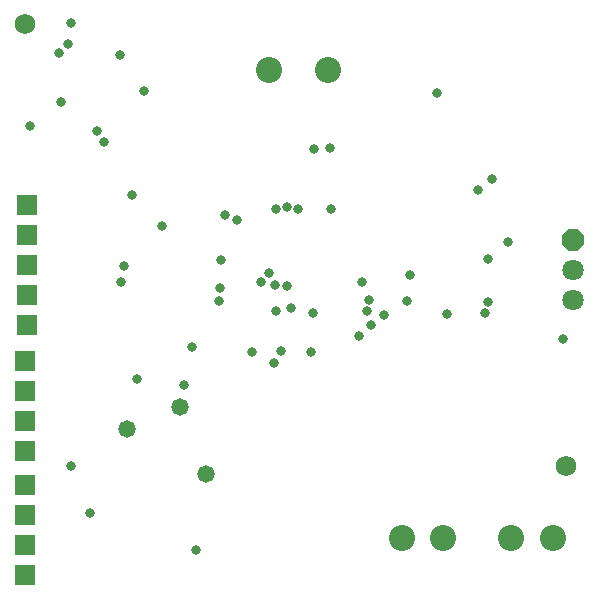
<source format=gbs>
G04*
G04 #@! TF.GenerationSoftware,Altium Limited,Altium Designer,21.1.1 (26)*
G04*
G04 Layer_Color=16711935*
%FSLAX25Y25*%
%MOIN*%
G70*
G04*
G04 #@! TF.SameCoordinates,04740601-0AD8-466E-96FA-1E4AED34599A*
G04*
G04*
G04 #@! TF.FilePolarity,Negative*
G04*
G01*
G75*
%ADD57C,0.06800*%
%ADD58C,0.08674*%
%ADD59R,0.07087X0.07087*%
%ADD60C,0.07087*%
%ADD61P,0.07671X8X112.5*%
%ADD62C,0.03162*%
%ADD63C,0.05800*%
D57*
X6575Y188937D02*
D03*
X186811Y41614D02*
D03*
D58*
X146087Y17717D02*
D03*
X132307D02*
D03*
X168724D02*
D03*
X182504D02*
D03*
X87819Y173622D02*
D03*
X107504D02*
D03*
D59*
X7244Y98858D02*
D03*
X6555Y66831D02*
D03*
Y56831D02*
D03*
Y46831D02*
D03*
Y76831D02*
D03*
Y25335D02*
D03*
Y15335D02*
D03*
Y5335D02*
D03*
Y35335D02*
D03*
X7244Y88858D02*
D03*
Y128858D02*
D03*
Y118858D02*
D03*
Y108858D02*
D03*
D60*
X189370Y97087D02*
D03*
Y107087D02*
D03*
D61*
Y117087D02*
D03*
D62*
X85158Y102992D02*
D03*
X121277Y97097D02*
D03*
X82243Y79804D02*
D03*
X89685Y75866D02*
D03*
X77339Y123796D02*
D03*
X95315Y94370D02*
D03*
X62402Y81221D02*
D03*
X71516Y101037D02*
D03*
X101870Y79528D02*
D03*
X91850Y79921D02*
D03*
X90118Y93504D02*
D03*
X121982Y88716D02*
D03*
X102620Y92606D02*
D03*
X94055Y101850D02*
D03*
X120591Y93504D02*
D03*
X118937Y102874D02*
D03*
X89803Y102126D02*
D03*
X87795Y106063D02*
D03*
X108543Y127520D02*
D03*
X97638Y127323D02*
D03*
X93801Y128151D02*
D03*
X90094Y127455D02*
D03*
X160866Y96339D02*
D03*
X43780Y70630D02*
D03*
X8268Y154961D02*
D03*
X147244Y92402D02*
D03*
X63701Y13858D02*
D03*
X18619Y163071D02*
D03*
X160982Y110573D02*
D03*
X134912Y105385D02*
D03*
X134055Y96732D02*
D03*
X162205Y137441D02*
D03*
X167441Y116496D02*
D03*
X143937Y166024D02*
D03*
X157441Y133740D02*
D03*
X185921Y84107D02*
D03*
X71378Y96732D02*
D03*
X73150Y125354D02*
D03*
X72060Y110485D02*
D03*
X52284Y121811D02*
D03*
X39646Y108346D02*
D03*
X42244Y131968D02*
D03*
X102854Y147441D02*
D03*
X159764Y92598D02*
D03*
X118071Y85118D02*
D03*
X126167Y91982D02*
D03*
X108110Y147559D02*
D03*
X59685Y68543D02*
D03*
X21772Y41732D02*
D03*
X38641Y102908D02*
D03*
X30581Y153285D02*
D03*
X32835Y149843D02*
D03*
X46358Y166634D02*
D03*
X18012Y179232D02*
D03*
X20768Y182382D02*
D03*
X22047Y189272D02*
D03*
X38189Y178839D02*
D03*
X28255Y25879D02*
D03*
D63*
X67028Y38976D02*
D03*
X58150Y61300D02*
D03*
X40540Y54151D02*
D03*
M02*

</source>
